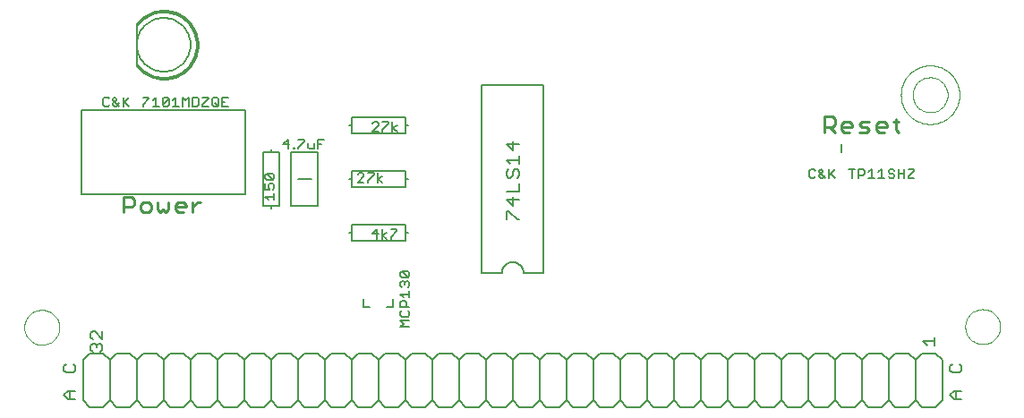
<source format=gbo>
G75*
G70*
%OFA0B0*%
%FSLAX24Y24*%
%IPPOS*%
%LPD*%
%AMOC8*
5,1,8,0,0,1.08239X$1,22.5*
%
%ADD10C,0.0080*%
%ADD11C,0.0110*%
%ADD12C,0.0060*%
%ADD13R,0.0067X0.0333*%
%ADD14C,0.0000*%
%ADD15C,0.0050*%
%ADD16C,0.0010*%
D10*
X002500Y001326D02*
X002360Y001467D01*
X002500Y001607D01*
X002781Y001607D01*
X002570Y001607D02*
X002570Y001326D01*
X002500Y001326D02*
X002781Y001326D01*
X002711Y002326D02*
X002430Y002326D01*
X002360Y002397D01*
X002360Y002537D01*
X002430Y002607D01*
X002711Y002607D02*
X002781Y002537D01*
X002781Y002397D01*
X002711Y002326D01*
X003430Y003096D02*
X003360Y003166D01*
X003360Y003306D01*
X003430Y003377D01*
X003500Y003377D01*
X003570Y003306D01*
X003640Y003377D01*
X003711Y003377D01*
X003781Y003306D01*
X003781Y003166D01*
X003711Y003096D01*
X003570Y003236D02*
X003570Y003306D01*
X003430Y003557D02*
X003360Y003627D01*
X003360Y003767D01*
X003430Y003837D01*
X003500Y003837D01*
X003781Y003557D01*
X003781Y003837D01*
X013071Y007217D02*
X013071Y007517D01*
X012971Y007517D01*
X013071Y007517D02*
X013071Y007817D01*
X015071Y007817D01*
X015071Y007517D01*
X015171Y007517D01*
X015071Y007517D02*
X015071Y007217D01*
X013071Y007217D01*
X011821Y008517D02*
X010821Y008517D01*
X010821Y010517D01*
X011821Y010517D01*
X011821Y008517D01*
X010371Y008517D02*
X010071Y008517D01*
X010071Y008417D01*
X010071Y008517D02*
X009771Y008517D01*
X009771Y010517D01*
X010071Y010517D01*
X010071Y010617D01*
X010071Y010517D02*
X010371Y010517D01*
X010371Y008517D01*
X011071Y009517D02*
X011571Y009517D01*
X012971Y009517D02*
X013071Y009517D01*
X013071Y009817D01*
X015071Y009817D01*
X015071Y009517D01*
X015171Y009517D01*
X015071Y009517D02*
X015071Y009217D01*
X013071Y009217D01*
X013071Y009517D01*
X013071Y011217D02*
X013071Y011517D01*
X012971Y011517D01*
X013071Y011517D02*
X013071Y011817D01*
X015071Y011817D01*
X015071Y011517D01*
X015171Y011517D01*
X015071Y011517D02*
X015071Y011217D01*
X013071Y011217D01*
X018830Y010828D02*
X019070Y010588D01*
X019070Y010908D01*
X018830Y010828D02*
X019311Y010828D01*
X019311Y010393D02*
X019311Y010072D01*
X019311Y010232D02*
X018830Y010232D01*
X018990Y010072D01*
X018910Y009877D02*
X018830Y009797D01*
X018830Y009637D01*
X018910Y009557D01*
X018990Y009557D01*
X019070Y009637D01*
X019070Y009797D01*
X019150Y009877D01*
X019231Y009877D01*
X019311Y009797D01*
X019311Y009637D01*
X019231Y009557D01*
X019311Y009361D02*
X019311Y009041D01*
X018830Y009041D01*
X018830Y008766D02*
X019070Y008525D01*
X019070Y008846D01*
X018830Y008766D02*
X019311Y008766D01*
X018910Y008330D02*
X019231Y008010D01*
X019311Y008010D01*
X018830Y008010D02*
X018830Y008330D01*
X018910Y008330D01*
X014622Y005056D02*
X014622Y004741D01*
X014386Y004741D01*
X013756Y004741D02*
X013519Y004741D01*
X013519Y005056D01*
X005071Y013767D02*
X005071Y015267D01*
X034360Y003467D02*
X034500Y003326D01*
X034360Y003467D02*
X034781Y003467D01*
X034781Y003607D02*
X034781Y003326D01*
X035430Y002607D02*
X035360Y002537D01*
X035360Y002397D01*
X035430Y002326D01*
X035711Y002326D01*
X035781Y002397D01*
X035781Y002537D01*
X035711Y002607D01*
X035781Y001607D02*
X035500Y001607D01*
X035360Y001467D01*
X035500Y001326D01*
X035781Y001326D01*
X035570Y001326D02*
X035570Y001607D01*
D11*
X033452Y011250D02*
X033353Y011349D01*
X033353Y011742D01*
X033255Y011644D02*
X033452Y011644D01*
X033004Y011545D02*
X033004Y011447D01*
X032610Y011447D01*
X032610Y011349D02*
X032610Y011545D01*
X032709Y011644D01*
X032905Y011644D01*
X033004Y011545D01*
X032709Y011250D02*
X032610Y011349D01*
X032709Y011250D02*
X032905Y011250D01*
X032359Y011349D02*
X032261Y011447D01*
X032064Y011447D01*
X031966Y011545D01*
X032064Y011644D01*
X032359Y011644D01*
X032359Y011349D02*
X032261Y011250D01*
X031966Y011250D01*
X031715Y011447D02*
X031321Y011447D01*
X031321Y011349D02*
X031321Y011545D01*
X031420Y011644D01*
X031616Y011644D01*
X031715Y011545D01*
X031715Y011447D01*
X031616Y011250D02*
X031420Y011250D01*
X031321Y011349D01*
X031070Y011250D02*
X030873Y011447D01*
X030972Y011447D02*
X030677Y011447D01*
X030677Y011250D02*
X030677Y011841D01*
X030972Y011841D01*
X031070Y011742D01*
X031070Y011545D01*
X030972Y011447D01*
X007443Y008664D02*
X007345Y008664D01*
X007148Y008467D01*
X007148Y008270D02*
X007148Y008664D01*
X006897Y008565D02*
X006897Y008467D01*
X006503Y008467D01*
X006503Y008565D02*
X006602Y008664D01*
X006798Y008664D01*
X006897Y008565D01*
X006798Y008270D02*
X006602Y008270D01*
X006503Y008369D01*
X006503Y008565D01*
X006252Y008664D02*
X006252Y008369D01*
X006154Y008270D01*
X006055Y008369D01*
X005957Y008270D01*
X005859Y008369D01*
X005859Y008664D01*
X005608Y008565D02*
X005509Y008664D01*
X005313Y008664D01*
X005214Y008565D01*
X005214Y008369D01*
X005313Y008270D01*
X005509Y008270D01*
X005608Y008369D01*
X005608Y008565D01*
X004963Y008565D02*
X004865Y008467D01*
X004570Y008467D01*
X004570Y008270D02*
X004570Y008861D01*
X004865Y008861D01*
X004963Y008762D01*
X004963Y008565D01*
D12*
X009850Y008860D02*
X010191Y008860D01*
X010191Y008747D02*
X010191Y008974D01*
X010134Y009115D02*
X010191Y009172D01*
X010191Y009285D01*
X010134Y009342D01*
X010020Y009342D01*
X009964Y009285D01*
X009964Y009228D01*
X010020Y009115D01*
X009850Y009115D01*
X009850Y009342D01*
X009907Y009483D02*
X009850Y009540D01*
X009850Y009653D01*
X009907Y009710D01*
X010134Y009483D01*
X010191Y009540D01*
X010191Y009653D01*
X010134Y009710D01*
X009907Y009710D01*
X009907Y009483D02*
X010134Y009483D01*
X009850Y008860D02*
X009964Y008747D01*
X013301Y009397D02*
X013527Y009624D01*
X013527Y009680D01*
X013471Y009737D01*
X013357Y009737D01*
X013301Y009680D01*
X013301Y009397D02*
X013527Y009397D01*
X013669Y009397D02*
X013669Y009453D01*
X013896Y009680D01*
X013896Y009737D01*
X013669Y009737D01*
X014037Y009737D02*
X014037Y009397D01*
X014037Y009510D02*
X014207Y009624D01*
X014037Y009510D02*
X014207Y009397D01*
X011817Y010634D02*
X011817Y010974D01*
X012043Y010974D01*
X011930Y010804D02*
X011817Y010804D01*
X011675Y010861D02*
X011675Y010634D01*
X011505Y010634D01*
X011448Y010691D01*
X011448Y010861D01*
X011307Y010917D02*
X011080Y010691D01*
X011080Y010634D01*
X010952Y010634D02*
X010952Y010691D01*
X010896Y010691D01*
X010896Y010634D01*
X010952Y010634D01*
X010698Y010634D02*
X010698Y010974D01*
X010527Y010804D01*
X010754Y010804D01*
X011080Y010974D02*
X011307Y010974D01*
X011307Y010917D01*
X013857Y011297D02*
X014084Y011524D01*
X014084Y011580D01*
X014027Y011637D01*
X013914Y011637D01*
X013857Y011580D01*
X014225Y011637D02*
X014452Y011637D01*
X014452Y011580D01*
X014225Y011353D01*
X014225Y011297D01*
X014084Y011297D02*
X013857Y011297D01*
X014594Y011297D02*
X014594Y011637D01*
X014764Y011524D02*
X014594Y011410D01*
X014764Y011297D01*
X017921Y013017D02*
X020221Y013017D01*
X020221Y006017D01*
X019471Y006017D01*
X019469Y006056D01*
X019463Y006095D01*
X019454Y006133D01*
X019441Y006170D01*
X019424Y006206D01*
X019404Y006239D01*
X019380Y006271D01*
X019354Y006300D01*
X019325Y006326D01*
X019293Y006350D01*
X019260Y006370D01*
X019224Y006387D01*
X019187Y006400D01*
X019149Y006409D01*
X019110Y006415D01*
X019071Y006417D01*
X019032Y006415D01*
X018993Y006409D01*
X018955Y006400D01*
X018918Y006387D01*
X018882Y006370D01*
X018849Y006350D01*
X018817Y006326D01*
X018788Y006300D01*
X018762Y006271D01*
X018738Y006239D01*
X018718Y006206D01*
X018701Y006170D01*
X018688Y006133D01*
X018679Y006095D01*
X018673Y006056D01*
X018671Y006017D01*
X017921Y006017D01*
X017921Y013017D01*
X008474Y012562D02*
X008247Y012562D01*
X008247Y012222D01*
X008474Y012222D01*
X008360Y012392D02*
X008247Y012392D01*
X008105Y012505D02*
X008105Y012278D01*
X008049Y012222D01*
X007935Y012222D01*
X007879Y012278D01*
X007879Y012505D01*
X007935Y012562D01*
X008049Y012562D01*
X008105Y012505D01*
X007992Y012335D02*
X008105Y012222D01*
X007737Y012222D02*
X007510Y012222D01*
X007510Y012278D01*
X007737Y012505D01*
X007737Y012562D01*
X007510Y012562D01*
X007369Y012505D02*
X007312Y012562D01*
X007142Y012562D01*
X007142Y012222D01*
X007312Y012222D01*
X007369Y012278D01*
X007369Y012505D01*
X007001Y012562D02*
X007001Y012222D01*
X006774Y012222D02*
X006774Y012562D01*
X006887Y012449D01*
X007001Y012562D01*
X006519Y012562D02*
X006519Y012222D01*
X006632Y012222D02*
X006405Y012222D01*
X006264Y012278D02*
X006207Y012222D01*
X006094Y012222D01*
X006037Y012278D01*
X006264Y012505D01*
X006264Y012278D01*
X006037Y012278D02*
X006037Y012505D01*
X006094Y012562D01*
X006207Y012562D01*
X006264Y012505D01*
X006405Y012449D02*
X006519Y012562D01*
X005896Y012222D02*
X005669Y012222D01*
X005782Y012222D02*
X005782Y012562D01*
X005669Y012449D01*
X005527Y012505D02*
X005300Y012278D01*
X005300Y012222D01*
X004791Y012222D02*
X004621Y012392D01*
X004564Y012335D02*
X004791Y012562D01*
X004564Y012562D02*
X004564Y012222D01*
X004422Y012222D02*
X004195Y012449D01*
X004195Y012505D01*
X004252Y012562D01*
X004309Y012505D01*
X004309Y012449D01*
X004195Y012335D01*
X004195Y012278D01*
X004252Y012222D01*
X004309Y012222D01*
X004422Y012335D01*
X004054Y012278D02*
X003997Y012222D01*
X003884Y012222D01*
X003827Y012278D01*
X003827Y012505D01*
X003884Y012562D01*
X003997Y012562D01*
X004054Y012505D01*
X005300Y012562D02*
X005527Y012562D01*
X005527Y012505D01*
X005071Y014517D02*
X005073Y014580D01*
X005079Y014642D01*
X005089Y014704D01*
X005102Y014766D01*
X005120Y014826D01*
X005141Y014885D01*
X005166Y014943D01*
X005195Y014999D01*
X005227Y015053D01*
X005262Y015105D01*
X005300Y015154D01*
X005342Y015202D01*
X005386Y015246D01*
X005434Y015288D01*
X005483Y015326D01*
X005535Y015361D01*
X005589Y015393D01*
X005645Y015422D01*
X005703Y015447D01*
X005762Y015468D01*
X005822Y015486D01*
X005884Y015499D01*
X005946Y015509D01*
X006008Y015515D01*
X006071Y015517D01*
X006134Y015515D01*
X006196Y015509D01*
X006258Y015499D01*
X006320Y015486D01*
X006380Y015468D01*
X006439Y015447D01*
X006497Y015422D01*
X006553Y015393D01*
X006607Y015361D01*
X006659Y015326D01*
X006708Y015288D01*
X006756Y015246D01*
X006800Y015202D01*
X006842Y015154D01*
X006880Y015105D01*
X006915Y015053D01*
X006947Y014999D01*
X006976Y014943D01*
X007001Y014885D01*
X007022Y014826D01*
X007040Y014766D01*
X007053Y014704D01*
X007063Y014642D01*
X007069Y014580D01*
X007071Y014517D01*
X007069Y014454D01*
X007063Y014392D01*
X007053Y014330D01*
X007040Y014268D01*
X007022Y014208D01*
X007001Y014149D01*
X006976Y014091D01*
X006947Y014035D01*
X006915Y013981D01*
X006880Y013929D01*
X006842Y013880D01*
X006800Y013832D01*
X006756Y013788D01*
X006708Y013746D01*
X006659Y013708D01*
X006607Y013673D01*
X006553Y013641D01*
X006497Y013612D01*
X006439Y013587D01*
X006380Y013566D01*
X006320Y013548D01*
X006258Y013535D01*
X006196Y013525D01*
X006134Y013519D01*
X006071Y013517D01*
X006008Y013519D01*
X005946Y013525D01*
X005884Y013535D01*
X005822Y013548D01*
X005762Y013566D01*
X005703Y013587D01*
X005645Y013612D01*
X005589Y013641D01*
X005535Y013673D01*
X005483Y013708D01*
X005434Y013746D01*
X005386Y013788D01*
X005342Y013832D01*
X005300Y013880D01*
X005262Y013929D01*
X005227Y013981D01*
X005195Y014035D01*
X005166Y014091D01*
X005141Y014149D01*
X005120Y014208D01*
X005102Y014268D01*
X005089Y014330D01*
X005079Y014392D01*
X005073Y014454D01*
X005071Y014517D01*
X013857Y007467D02*
X014027Y007637D01*
X014027Y007297D01*
X014084Y007467D02*
X013857Y007467D01*
X014225Y007410D02*
X014395Y007524D01*
X014532Y007637D02*
X014759Y007637D01*
X014759Y007580D01*
X014532Y007353D01*
X014532Y007297D01*
X014395Y007297D02*
X014225Y007410D01*
X014225Y007297D02*
X014225Y007637D01*
X014940Y006077D02*
X015167Y005850D01*
X015224Y005907D01*
X015224Y006020D01*
X015167Y006077D01*
X014940Y006077D01*
X014884Y006020D01*
X014884Y005907D01*
X014940Y005850D01*
X015167Y005850D01*
X015167Y005709D02*
X015224Y005652D01*
X015224Y005538D01*
X015167Y005482D01*
X015224Y005340D02*
X015224Y005113D01*
X015224Y005227D02*
X014884Y005227D01*
X014997Y005113D01*
X014940Y004972D02*
X015054Y004972D01*
X015110Y004915D01*
X015110Y004745D01*
X015224Y004745D02*
X014884Y004745D01*
X014884Y004915D01*
X014940Y004972D01*
X014940Y004604D02*
X014884Y004547D01*
X014884Y004433D01*
X014940Y004377D01*
X015167Y004377D01*
X015224Y004433D01*
X015224Y004547D01*
X015167Y004604D01*
X015224Y004235D02*
X014884Y004235D01*
X014997Y004122D01*
X014884Y004008D01*
X015224Y004008D01*
X015321Y003017D02*
X015821Y003017D01*
X016071Y002767D01*
X016071Y001267D01*
X015821Y001017D01*
X015321Y001017D01*
X015071Y001267D01*
X015071Y002767D01*
X015321Y003017D01*
X015071Y002767D02*
X014821Y003017D01*
X014321Y003017D01*
X014071Y002767D01*
X014071Y001267D01*
X013821Y001017D01*
X013321Y001017D01*
X013071Y001267D01*
X013071Y002767D01*
X013321Y003017D01*
X013821Y003017D01*
X014071Y002767D01*
X013071Y002767D02*
X012821Y003017D01*
X012321Y003017D01*
X012071Y002767D01*
X012071Y001267D01*
X011821Y001017D01*
X011321Y001017D01*
X011071Y001267D01*
X011071Y002767D01*
X011321Y003017D01*
X011821Y003017D01*
X012071Y002767D01*
X011071Y002767D02*
X010821Y003017D01*
X010321Y003017D01*
X010071Y002767D01*
X010071Y001267D01*
X009821Y001017D01*
X009321Y001017D01*
X009071Y001267D01*
X009071Y002767D01*
X009321Y003017D01*
X009821Y003017D01*
X010071Y002767D01*
X009071Y002767D02*
X008821Y003017D01*
X008321Y003017D01*
X008071Y002767D01*
X008071Y001267D01*
X008321Y001017D01*
X008821Y001017D01*
X009071Y001267D01*
X008071Y001267D02*
X007821Y001017D01*
X007321Y001017D01*
X007071Y001267D01*
X007071Y002767D01*
X007321Y003017D01*
X007821Y003017D01*
X008071Y002767D01*
X007071Y002767D02*
X006821Y003017D01*
X006321Y003017D01*
X006071Y002767D01*
X006071Y001267D01*
X006321Y001017D01*
X006821Y001017D01*
X007071Y001267D01*
X006071Y001267D02*
X005821Y001017D01*
X005321Y001017D01*
X005071Y001267D01*
X005071Y002767D01*
X005321Y003017D01*
X005821Y003017D01*
X006071Y002767D01*
X005071Y002767D02*
X004821Y003017D01*
X004321Y003017D01*
X004071Y002767D01*
X004071Y001267D01*
X004321Y001017D01*
X004821Y001017D01*
X005071Y001267D01*
X004071Y001267D02*
X003821Y001017D01*
X003321Y001017D01*
X003071Y001267D01*
X003071Y002767D01*
X003321Y003017D01*
X003821Y003017D01*
X004071Y002767D01*
X010071Y001267D02*
X010321Y001017D01*
X010821Y001017D01*
X011071Y001267D01*
X012071Y001267D02*
X012321Y001017D01*
X012821Y001017D01*
X013071Y001267D01*
X014071Y001267D02*
X014321Y001017D01*
X014821Y001017D01*
X015071Y001267D01*
X016071Y001267D02*
X016321Y001017D01*
X016821Y001017D01*
X017071Y001267D01*
X017071Y002767D01*
X017321Y003017D01*
X017821Y003017D01*
X018071Y002767D01*
X018071Y001267D01*
X017821Y001017D01*
X017321Y001017D01*
X017071Y001267D01*
X018071Y001267D02*
X018321Y001017D01*
X018821Y001017D01*
X019071Y001267D01*
X019071Y002767D01*
X019321Y003017D01*
X019821Y003017D01*
X020071Y002767D01*
X020071Y001267D01*
X019821Y001017D01*
X019321Y001017D01*
X019071Y001267D01*
X019071Y002767D01*
X018821Y003017D01*
X018321Y003017D01*
X018071Y002767D01*
X017071Y002767D02*
X016821Y003017D01*
X016321Y003017D01*
X016071Y002767D01*
X020071Y002767D02*
X020321Y003017D01*
X020821Y003017D01*
X021071Y002767D01*
X021071Y001267D01*
X020821Y001017D01*
X020321Y001017D01*
X020071Y001267D01*
X021071Y001267D02*
X021321Y001017D01*
X021821Y001017D01*
X022071Y001267D01*
X022071Y002767D01*
X022321Y003017D01*
X022821Y003017D01*
X023071Y002767D01*
X023071Y001267D01*
X022821Y001017D01*
X022321Y001017D01*
X022071Y001267D01*
X023071Y001267D02*
X023321Y001017D01*
X023821Y001017D01*
X024071Y001267D01*
X024071Y002767D01*
X024321Y003017D01*
X024821Y003017D01*
X025071Y002767D01*
X025071Y001267D01*
X024821Y001017D01*
X024321Y001017D01*
X024071Y001267D01*
X025071Y001267D02*
X025321Y001017D01*
X025821Y001017D01*
X026071Y001267D01*
X026071Y002767D01*
X026321Y003017D01*
X026821Y003017D01*
X027071Y002767D01*
X027071Y001267D01*
X026821Y001017D01*
X026321Y001017D01*
X026071Y001267D01*
X027071Y001267D02*
X027321Y001017D01*
X027821Y001017D01*
X028071Y001267D01*
X028071Y002767D01*
X028321Y003017D01*
X028821Y003017D01*
X029071Y002767D01*
X029071Y001267D01*
X028821Y001017D01*
X028321Y001017D01*
X028071Y001267D01*
X029071Y001267D02*
X029321Y001017D01*
X029821Y001017D01*
X030071Y001267D01*
X030071Y002767D01*
X029821Y003017D01*
X029321Y003017D01*
X029071Y002767D01*
X030071Y002767D02*
X030321Y003017D01*
X030821Y003017D01*
X031071Y002767D01*
X031071Y001267D01*
X030821Y001017D01*
X030321Y001017D01*
X030071Y001267D01*
X031071Y001267D02*
X031321Y001017D01*
X031821Y001017D01*
X032071Y001267D01*
X032071Y002767D01*
X031821Y003017D01*
X031321Y003017D01*
X031071Y002767D01*
X032071Y002767D02*
X032321Y003017D01*
X032821Y003017D01*
X033071Y002767D01*
X033071Y001267D01*
X032821Y001017D01*
X032321Y001017D01*
X032071Y001267D01*
X033071Y001267D02*
X033321Y001017D01*
X033821Y001017D01*
X034071Y001267D01*
X034071Y002767D01*
X033821Y003017D01*
X033321Y003017D01*
X033071Y002767D01*
X034071Y002767D02*
X034321Y003017D01*
X034821Y003017D01*
X035071Y002767D01*
X035071Y001267D01*
X034821Y001017D01*
X034321Y001017D01*
X034071Y001267D01*
X028071Y002767D02*
X027821Y003017D01*
X027321Y003017D01*
X027071Y002767D01*
X026071Y002767D02*
X025821Y003017D01*
X025321Y003017D01*
X025071Y002767D01*
X024071Y002767D02*
X023821Y003017D01*
X023321Y003017D01*
X023071Y002767D01*
X022071Y002767D02*
X021821Y003017D01*
X021321Y003017D01*
X021071Y002767D01*
X014940Y005482D02*
X014884Y005538D01*
X014884Y005652D01*
X014940Y005709D01*
X014997Y005709D01*
X015054Y005652D01*
X015110Y005709D01*
X015167Y005709D01*
X015054Y005652D02*
X015054Y005595D01*
X030116Y009605D02*
X030173Y009548D01*
X030287Y009548D01*
X030343Y009605D01*
X030485Y009605D02*
X030485Y009662D01*
X030598Y009775D01*
X030598Y009832D01*
X030541Y009889D01*
X030485Y009832D01*
X030485Y009775D01*
X030712Y009548D01*
X030598Y009548D02*
X030541Y009548D01*
X030485Y009605D01*
X030598Y009548D02*
X030712Y009662D01*
X030853Y009662D02*
X031080Y009889D01*
X030853Y009889D02*
X030853Y009548D01*
X030910Y009719D02*
X031080Y009548D01*
X031590Y009889D02*
X031817Y009889D01*
X031703Y009889D02*
X031703Y009548D01*
X031958Y009548D02*
X031958Y009889D01*
X032128Y009889D01*
X032185Y009832D01*
X032185Y009719D01*
X032128Y009662D01*
X031958Y009662D01*
X032326Y009775D02*
X032440Y009889D01*
X032440Y009548D01*
X032553Y009548D02*
X032326Y009548D01*
X032695Y009548D02*
X032922Y009548D01*
X032808Y009548D02*
X032808Y009889D01*
X032695Y009775D01*
X033063Y009775D02*
X033120Y009719D01*
X033233Y009719D01*
X033290Y009662D01*
X033290Y009605D01*
X033233Y009548D01*
X033120Y009548D01*
X033063Y009605D01*
X033063Y009775D02*
X033063Y009832D01*
X033120Y009889D01*
X033233Y009889D01*
X033290Y009832D01*
X033431Y009889D02*
X033431Y009548D01*
X033431Y009719D02*
X033658Y009719D01*
X033658Y009889D02*
X033658Y009548D01*
X033800Y009548D02*
X034026Y009548D01*
X033800Y009548D02*
X033800Y009605D01*
X034026Y009832D01*
X034026Y009889D01*
X033800Y009889D01*
X030343Y009832D02*
X030287Y009889D01*
X030173Y009889D01*
X030116Y009832D01*
X030116Y009605D01*
D13*
X031303Y010652D03*
D14*
X033967Y012652D02*
X033969Y012702D01*
X033975Y012752D01*
X033985Y012802D01*
X033998Y012850D01*
X034015Y012898D01*
X034036Y012944D01*
X034060Y012988D01*
X034088Y013030D01*
X034119Y013070D01*
X034153Y013107D01*
X034190Y013142D01*
X034229Y013173D01*
X034270Y013202D01*
X034314Y013227D01*
X034360Y013249D01*
X034407Y013267D01*
X034455Y013281D01*
X034504Y013292D01*
X034554Y013299D01*
X034604Y013302D01*
X034655Y013301D01*
X034705Y013296D01*
X034755Y013287D01*
X034803Y013275D01*
X034851Y013258D01*
X034897Y013238D01*
X034942Y013215D01*
X034985Y013188D01*
X035025Y013158D01*
X035063Y013125D01*
X035098Y013089D01*
X035131Y013050D01*
X035160Y013009D01*
X035186Y012966D01*
X035209Y012921D01*
X035228Y012874D01*
X035243Y012826D01*
X035255Y012777D01*
X035263Y012727D01*
X035267Y012677D01*
X035267Y012627D01*
X035263Y012577D01*
X035255Y012527D01*
X035243Y012478D01*
X035228Y012430D01*
X035209Y012383D01*
X035186Y012338D01*
X035160Y012295D01*
X035131Y012254D01*
X035098Y012215D01*
X035063Y012179D01*
X035025Y012146D01*
X034985Y012116D01*
X034942Y012089D01*
X034897Y012066D01*
X034851Y012046D01*
X034803Y012029D01*
X034755Y012017D01*
X034705Y012008D01*
X034655Y012003D01*
X034604Y012002D01*
X034554Y012005D01*
X034504Y012012D01*
X034455Y012023D01*
X034407Y012037D01*
X034360Y012055D01*
X034314Y012077D01*
X034270Y012102D01*
X034229Y012131D01*
X034190Y012162D01*
X034153Y012197D01*
X034119Y012234D01*
X034088Y012274D01*
X034060Y012316D01*
X034036Y012360D01*
X034015Y012406D01*
X033998Y012454D01*
X033985Y012502D01*
X033975Y012552D01*
X033969Y012602D01*
X033967Y012652D01*
X033527Y012652D02*
X033529Y012718D01*
X033535Y012783D01*
X033545Y012848D01*
X033559Y012913D01*
X033576Y012976D01*
X033598Y013039D01*
X033623Y013099D01*
X033652Y013159D01*
X033684Y013216D01*
X033720Y013271D01*
X033759Y013324D01*
X033801Y013375D01*
X033846Y013423D01*
X033894Y013468D01*
X033945Y013510D01*
X033998Y013549D01*
X034053Y013585D01*
X034110Y013617D01*
X034170Y013646D01*
X034230Y013671D01*
X034293Y013693D01*
X034356Y013710D01*
X034421Y013724D01*
X034486Y013734D01*
X034551Y013740D01*
X034617Y013742D01*
X034683Y013740D01*
X034748Y013734D01*
X034813Y013724D01*
X034878Y013710D01*
X034941Y013693D01*
X035004Y013671D01*
X035064Y013646D01*
X035124Y013617D01*
X035181Y013585D01*
X035236Y013549D01*
X035289Y013510D01*
X035340Y013468D01*
X035388Y013423D01*
X035433Y013375D01*
X035475Y013324D01*
X035514Y013271D01*
X035550Y013216D01*
X035582Y013159D01*
X035611Y013099D01*
X035636Y013039D01*
X035658Y012976D01*
X035675Y012913D01*
X035689Y012848D01*
X035699Y012783D01*
X035705Y012718D01*
X035707Y012652D01*
X035705Y012586D01*
X035699Y012521D01*
X035689Y012456D01*
X035675Y012391D01*
X035658Y012328D01*
X035636Y012265D01*
X035611Y012205D01*
X035582Y012145D01*
X035550Y012088D01*
X035514Y012033D01*
X035475Y011980D01*
X035433Y011929D01*
X035388Y011881D01*
X035340Y011836D01*
X035289Y011794D01*
X035236Y011755D01*
X035181Y011719D01*
X035124Y011687D01*
X035064Y011658D01*
X035004Y011633D01*
X034941Y011611D01*
X034878Y011594D01*
X034813Y011580D01*
X034748Y011570D01*
X034683Y011564D01*
X034617Y011562D01*
X034551Y011564D01*
X034486Y011570D01*
X034421Y011580D01*
X034356Y011594D01*
X034293Y011611D01*
X034230Y011633D01*
X034170Y011658D01*
X034110Y011687D01*
X034053Y011719D01*
X033998Y011755D01*
X033945Y011794D01*
X033894Y011836D01*
X033846Y011881D01*
X033801Y011929D01*
X033759Y011980D01*
X033720Y012033D01*
X033684Y012088D01*
X033652Y012145D01*
X033623Y012205D01*
X033598Y012265D01*
X033576Y012328D01*
X033559Y012391D01*
X033545Y012456D01*
X033535Y012521D01*
X033529Y012586D01*
X033527Y012652D01*
X035921Y004017D02*
X035923Y004067D01*
X035929Y004117D01*
X035939Y004167D01*
X035952Y004215D01*
X035969Y004263D01*
X035990Y004309D01*
X036014Y004353D01*
X036042Y004395D01*
X036073Y004435D01*
X036107Y004472D01*
X036144Y004507D01*
X036183Y004538D01*
X036224Y004567D01*
X036268Y004592D01*
X036314Y004614D01*
X036361Y004632D01*
X036409Y004646D01*
X036458Y004657D01*
X036508Y004664D01*
X036558Y004667D01*
X036609Y004666D01*
X036659Y004661D01*
X036709Y004652D01*
X036757Y004640D01*
X036805Y004623D01*
X036851Y004603D01*
X036896Y004580D01*
X036939Y004553D01*
X036979Y004523D01*
X037017Y004490D01*
X037052Y004454D01*
X037085Y004415D01*
X037114Y004374D01*
X037140Y004331D01*
X037163Y004286D01*
X037182Y004239D01*
X037197Y004191D01*
X037209Y004142D01*
X037217Y004092D01*
X037221Y004042D01*
X037221Y003992D01*
X037217Y003942D01*
X037209Y003892D01*
X037197Y003843D01*
X037182Y003795D01*
X037163Y003748D01*
X037140Y003703D01*
X037114Y003660D01*
X037085Y003619D01*
X037052Y003580D01*
X037017Y003544D01*
X036979Y003511D01*
X036939Y003481D01*
X036896Y003454D01*
X036851Y003431D01*
X036805Y003411D01*
X036757Y003394D01*
X036709Y003382D01*
X036659Y003373D01*
X036609Y003368D01*
X036558Y003367D01*
X036508Y003370D01*
X036458Y003377D01*
X036409Y003388D01*
X036361Y003402D01*
X036314Y003420D01*
X036268Y003442D01*
X036224Y003467D01*
X036183Y003496D01*
X036144Y003527D01*
X036107Y003562D01*
X036073Y003599D01*
X036042Y003639D01*
X036014Y003681D01*
X035990Y003725D01*
X035969Y003771D01*
X035952Y003819D01*
X035939Y003867D01*
X035929Y003917D01*
X035923Y003967D01*
X035921Y004017D01*
X000887Y003992D02*
X000889Y004042D01*
X000895Y004092D01*
X000905Y004142D01*
X000918Y004190D01*
X000935Y004238D01*
X000956Y004284D01*
X000980Y004328D01*
X001008Y004370D01*
X001039Y004410D01*
X001073Y004447D01*
X001110Y004482D01*
X001149Y004513D01*
X001190Y004542D01*
X001234Y004567D01*
X001280Y004589D01*
X001327Y004607D01*
X001375Y004621D01*
X001424Y004632D01*
X001474Y004639D01*
X001524Y004642D01*
X001575Y004641D01*
X001625Y004636D01*
X001675Y004627D01*
X001723Y004615D01*
X001771Y004598D01*
X001817Y004578D01*
X001862Y004555D01*
X001905Y004528D01*
X001945Y004498D01*
X001983Y004465D01*
X002018Y004429D01*
X002051Y004390D01*
X002080Y004349D01*
X002106Y004306D01*
X002129Y004261D01*
X002148Y004214D01*
X002163Y004166D01*
X002175Y004117D01*
X002183Y004067D01*
X002187Y004017D01*
X002187Y003967D01*
X002183Y003917D01*
X002175Y003867D01*
X002163Y003818D01*
X002148Y003770D01*
X002129Y003723D01*
X002106Y003678D01*
X002080Y003635D01*
X002051Y003594D01*
X002018Y003555D01*
X001983Y003519D01*
X001945Y003486D01*
X001905Y003456D01*
X001862Y003429D01*
X001817Y003406D01*
X001771Y003386D01*
X001723Y003369D01*
X001675Y003357D01*
X001625Y003348D01*
X001575Y003343D01*
X001524Y003342D01*
X001474Y003345D01*
X001424Y003352D01*
X001375Y003363D01*
X001327Y003377D01*
X001280Y003395D01*
X001234Y003417D01*
X001190Y003442D01*
X001149Y003471D01*
X001110Y003502D01*
X001073Y003537D01*
X001039Y003574D01*
X001008Y003614D01*
X000980Y003656D01*
X000956Y003700D01*
X000935Y003746D01*
X000918Y003794D01*
X000905Y003842D01*
X000895Y003892D01*
X000889Y003942D01*
X000887Y003992D01*
D15*
X003019Y008942D02*
X003019Y012091D01*
X009122Y012091D01*
X009122Y008942D01*
X003019Y008942D01*
D16*
X005039Y013737D02*
X005111Y013791D01*
X005110Y013790D02*
X005153Y013737D01*
X005198Y013686D01*
X005247Y013638D01*
X005298Y013593D01*
X005352Y013550D01*
X005408Y013511D01*
X005466Y013475D01*
X005526Y013442D01*
X005587Y013413D01*
X005651Y013388D01*
X005715Y013366D01*
X005781Y013347D01*
X005848Y013333D01*
X005915Y013322D01*
X005983Y013315D01*
X006051Y013312D01*
X006120Y013313D01*
X006188Y013318D01*
X006256Y013326D01*
X006323Y013339D01*
X006389Y013355D01*
X006454Y013375D01*
X006519Y013398D01*
X006581Y013425D01*
X006642Y013456D01*
X006701Y013490D01*
X006759Y013527D01*
X006814Y013568D01*
X006866Y013612D01*
X006916Y013658D01*
X006963Y013707D01*
X007008Y013759D01*
X007049Y013813D01*
X007088Y013870D01*
X007123Y013929D01*
X007154Y013989D01*
X007182Y014051D01*
X007207Y014115D01*
X007228Y014180D01*
X007245Y014246D01*
X007259Y014313D01*
X007268Y014381D01*
X007274Y014449D01*
X007276Y014517D01*
X007274Y014585D01*
X007268Y014653D01*
X007259Y014721D01*
X007245Y014788D01*
X007228Y014854D01*
X007207Y014919D01*
X007182Y014983D01*
X007154Y015045D01*
X007123Y015105D01*
X007088Y015164D01*
X007049Y015221D01*
X007008Y015275D01*
X006963Y015327D01*
X006916Y015376D01*
X006866Y015422D01*
X006814Y015466D01*
X006759Y015507D01*
X006701Y015544D01*
X006642Y015578D01*
X006581Y015609D01*
X006519Y015636D01*
X006454Y015659D01*
X006389Y015679D01*
X006323Y015695D01*
X006256Y015708D01*
X006188Y015716D01*
X006120Y015721D01*
X006051Y015722D01*
X005983Y015719D01*
X005915Y015712D01*
X005848Y015701D01*
X005781Y015687D01*
X005715Y015668D01*
X005651Y015646D01*
X005587Y015621D01*
X005526Y015592D01*
X005466Y015559D01*
X005408Y015523D01*
X005352Y015484D01*
X005298Y015441D01*
X005247Y015396D01*
X005198Y015348D01*
X005153Y015297D01*
X005110Y015244D01*
X005039Y015297D01*
X005038Y015298D01*
X005082Y015353D01*
X005130Y015406D01*
X005180Y015457D01*
X005233Y015504D01*
X005288Y015548D01*
X005346Y015590D01*
X005406Y015628D01*
X005467Y015663D01*
X005531Y015694D01*
X005596Y015722D01*
X005663Y015746D01*
X005731Y015767D01*
X005800Y015783D01*
X005870Y015796D01*
X005940Y015805D01*
X006011Y015811D01*
X006082Y015812D01*
X006153Y015809D01*
X006224Y015803D01*
X006294Y015793D01*
X006363Y015779D01*
X006432Y015761D01*
X006500Y015739D01*
X006566Y015714D01*
X006631Y015685D01*
X006694Y015652D01*
X006755Y015616D01*
X006814Y015577D01*
X006871Y015535D01*
X006926Y015490D01*
X006978Y015441D01*
X007027Y015390D01*
X007074Y015337D01*
X007117Y015280D01*
X007157Y015222D01*
X007194Y015161D01*
X007228Y015099D01*
X007258Y015035D01*
X007285Y014969D01*
X007308Y014902D01*
X007327Y014833D01*
X007342Y014764D01*
X007354Y014694D01*
X007362Y014623D01*
X007366Y014552D01*
X007366Y014482D01*
X007362Y014411D01*
X007354Y014340D01*
X007342Y014270D01*
X007327Y014201D01*
X007308Y014132D01*
X007285Y014065D01*
X007258Y013999D01*
X007228Y013935D01*
X007194Y013873D01*
X007157Y013812D01*
X007117Y013754D01*
X007074Y013697D01*
X007027Y013644D01*
X006978Y013593D01*
X006926Y013544D01*
X006871Y013499D01*
X006814Y013457D01*
X006755Y013418D01*
X006694Y013382D01*
X006631Y013349D01*
X006566Y013320D01*
X006500Y013295D01*
X006432Y013273D01*
X006363Y013255D01*
X006294Y013241D01*
X006224Y013231D01*
X006153Y013225D01*
X006082Y013222D01*
X006011Y013223D01*
X005940Y013229D01*
X005870Y013238D01*
X005800Y013251D01*
X005731Y013267D01*
X005663Y013288D01*
X005596Y013312D01*
X005531Y013340D01*
X005467Y013371D01*
X005406Y013406D01*
X005346Y013444D01*
X005288Y013486D01*
X005233Y013530D01*
X005180Y013577D01*
X005130Y013628D01*
X005082Y013681D01*
X005038Y013736D01*
X005045Y013741D01*
X005090Y013686D01*
X005137Y013633D01*
X005188Y013582D01*
X005241Y013535D01*
X005297Y013490D01*
X005355Y013449D01*
X005415Y013411D01*
X005477Y013376D01*
X005541Y013345D01*
X005607Y013318D01*
X005674Y013294D01*
X005743Y013274D01*
X005812Y013257D01*
X005882Y013245D01*
X005953Y013236D01*
X006024Y013232D01*
X006095Y013231D01*
X006166Y013235D01*
X006237Y013242D01*
X006308Y013253D01*
X006377Y013268D01*
X006446Y013287D01*
X006514Y013310D01*
X006580Y013336D01*
X006645Y013366D01*
X006707Y013400D01*
X006768Y013436D01*
X006827Y013477D01*
X006884Y013520D01*
X006938Y013567D01*
X006989Y013616D01*
X007037Y013669D01*
X007083Y013723D01*
X007125Y013781D01*
X007164Y013840D01*
X007200Y013902D01*
X007233Y013965D01*
X007261Y014030D01*
X007287Y014097D01*
X007308Y014165D01*
X007326Y014234D01*
X007339Y014304D01*
X007349Y014375D01*
X007355Y014446D01*
X007357Y014517D01*
X007355Y014588D01*
X007349Y014659D01*
X007339Y014730D01*
X007326Y014800D01*
X007308Y014869D01*
X007287Y014937D01*
X007261Y015004D01*
X007233Y015069D01*
X007200Y015132D01*
X007164Y015194D01*
X007125Y015253D01*
X007083Y015311D01*
X007037Y015365D01*
X006989Y015418D01*
X006938Y015467D01*
X006884Y015514D01*
X006827Y015557D01*
X006768Y015598D01*
X006707Y015634D01*
X006645Y015668D01*
X006580Y015698D01*
X006514Y015724D01*
X006446Y015747D01*
X006377Y015766D01*
X006308Y015781D01*
X006237Y015792D01*
X006166Y015799D01*
X006095Y015803D01*
X006024Y015802D01*
X005953Y015798D01*
X005882Y015789D01*
X005812Y015777D01*
X005743Y015760D01*
X005674Y015740D01*
X005607Y015716D01*
X005541Y015689D01*
X005477Y015658D01*
X005415Y015623D01*
X005355Y015585D01*
X005297Y015544D01*
X005241Y015499D01*
X005188Y015452D01*
X005137Y015401D01*
X005090Y015348D01*
X005045Y015293D01*
X005052Y015287D01*
X005097Y015342D01*
X005144Y015395D01*
X005194Y015445D01*
X005247Y015492D01*
X005302Y015536D01*
X005360Y015578D01*
X005419Y015615D01*
X005481Y015650D01*
X005545Y015681D01*
X005610Y015708D01*
X005677Y015732D01*
X005745Y015752D01*
X005814Y015768D01*
X005883Y015780D01*
X005954Y015789D01*
X006024Y015793D01*
X006095Y015794D01*
X006166Y015790D01*
X006236Y015783D01*
X006306Y015772D01*
X006375Y015757D01*
X006443Y015738D01*
X006511Y015716D01*
X006576Y015690D01*
X006641Y015660D01*
X006703Y015627D01*
X006763Y015590D01*
X006822Y015550D01*
X006878Y015507D01*
X006932Y015461D01*
X006982Y015411D01*
X007031Y015360D01*
X007076Y015305D01*
X007118Y015248D01*
X007157Y015189D01*
X007192Y015128D01*
X007225Y015065D01*
X007253Y015000D01*
X007278Y014934D01*
X007299Y014866D01*
X007317Y014798D01*
X007330Y014728D01*
X007340Y014658D01*
X007346Y014588D01*
X007348Y014517D01*
X007346Y014446D01*
X007340Y014376D01*
X007330Y014306D01*
X007317Y014236D01*
X007299Y014168D01*
X007278Y014100D01*
X007253Y014034D01*
X007225Y013969D01*
X007192Y013906D01*
X007157Y013845D01*
X007118Y013786D01*
X007076Y013729D01*
X007031Y013674D01*
X006982Y013623D01*
X006932Y013573D01*
X006878Y013527D01*
X006822Y013484D01*
X006763Y013444D01*
X006703Y013407D01*
X006641Y013374D01*
X006576Y013344D01*
X006511Y013318D01*
X006443Y013296D01*
X006375Y013277D01*
X006306Y013262D01*
X006236Y013251D01*
X006166Y013244D01*
X006095Y013240D01*
X006024Y013241D01*
X005954Y013245D01*
X005883Y013254D01*
X005814Y013266D01*
X005745Y013282D01*
X005677Y013302D01*
X005610Y013326D01*
X005545Y013353D01*
X005481Y013384D01*
X005419Y013419D01*
X005360Y013456D01*
X005302Y013498D01*
X005247Y013542D01*
X005194Y013589D01*
X005144Y013639D01*
X005097Y013692D01*
X005052Y013747D01*
X005060Y013752D01*
X005104Y013697D01*
X005152Y013644D01*
X005202Y013594D01*
X005255Y013546D01*
X005311Y013502D01*
X005369Y013461D01*
X005429Y013424D01*
X005491Y013389D01*
X005555Y013359D01*
X005621Y013332D01*
X005688Y013308D01*
X005756Y013289D01*
X005826Y013273D01*
X005896Y013261D01*
X005966Y013253D01*
X006037Y013249D01*
X006108Y013250D01*
X006179Y013254D01*
X006250Y013262D01*
X006320Y013274D01*
X006389Y013290D01*
X006457Y013309D01*
X006525Y013333D01*
X006590Y013360D01*
X006654Y013391D01*
X006716Y013425D01*
X006776Y013463D01*
X006834Y013505D01*
X006890Y013549D01*
X006943Y013596D01*
X006993Y013647D01*
X007040Y013700D01*
X007085Y013755D01*
X007126Y013813D01*
X007163Y013873D01*
X007198Y013936D01*
X007229Y014000D01*
X007256Y014065D01*
X007279Y014132D01*
X007299Y014201D01*
X007315Y014270D01*
X007327Y014340D01*
X007335Y014411D01*
X007339Y014481D01*
X007339Y014553D01*
X007335Y014623D01*
X007327Y014694D01*
X007315Y014764D01*
X007299Y014833D01*
X007279Y014902D01*
X007256Y014969D01*
X007229Y015034D01*
X007198Y015098D01*
X007163Y015161D01*
X007126Y015221D01*
X007085Y015279D01*
X007040Y015334D01*
X006993Y015387D01*
X006943Y015438D01*
X006890Y015485D01*
X006834Y015529D01*
X006776Y015571D01*
X006716Y015609D01*
X006654Y015643D01*
X006590Y015674D01*
X006525Y015701D01*
X006457Y015725D01*
X006389Y015744D01*
X006320Y015760D01*
X006250Y015772D01*
X006179Y015780D01*
X006108Y015784D01*
X006037Y015785D01*
X005966Y015781D01*
X005896Y015773D01*
X005826Y015761D01*
X005756Y015745D01*
X005688Y015726D01*
X005621Y015702D01*
X005555Y015675D01*
X005491Y015645D01*
X005429Y015610D01*
X005369Y015573D01*
X005311Y015532D01*
X005255Y015488D01*
X005202Y015440D01*
X005152Y015390D01*
X005104Y015337D01*
X005060Y015282D01*
X005067Y015276D01*
X005111Y015331D01*
X005158Y015384D01*
X005208Y015434D01*
X005261Y015481D01*
X005316Y015525D01*
X005374Y015565D01*
X005433Y015603D01*
X005495Y015637D01*
X005559Y015667D01*
X005624Y015694D01*
X005691Y015717D01*
X005759Y015737D01*
X005827Y015752D01*
X005897Y015764D01*
X005967Y015772D01*
X006038Y015776D01*
X006108Y015775D01*
X006179Y015771D01*
X006249Y015763D01*
X006318Y015751D01*
X006387Y015736D01*
X006455Y015716D01*
X006521Y015693D01*
X006586Y015666D01*
X006650Y015635D01*
X006712Y015601D01*
X006771Y015563D01*
X006829Y015522D01*
X006884Y015478D01*
X006937Y015431D01*
X006986Y015381D01*
X007033Y015329D01*
X007077Y015273D01*
X007118Y015216D01*
X007156Y015156D01*
X007190Y015094D01*
X007220Y015031D01*
X007247Y014966D01*
X007271Y014899D01*
X007290Y014831D01*
X007306Y014762D01*
X007318Y014693D01*
X007326Y014623D01*
X007330Y014552D01*
X007330Y014482D01*
X007326Y014411D01*
X007318Y014341D01*
X007306Y014272D01*
X007290Y014203D01*
X007271Y014135D01*
X007247Y014068D01*
X007220Y014003D01*
X007190Y013940D01*
X007156Y013878D01*
X007118Y013818D01*
X007077Y013761D01*
X007033Y013705D01*
X006986Y013653D01*
X006937Y013603D01*
X006884Y013556D01*
X006829Y013512D01*
X006771Y013471D01*
X006712Y013433D01*
X006650Y013399D01*
X006586Y013368D01*
X006521Y013341D01*
X006455Y013318D01*
X006387Y013298D01*
X006318Y013283D01*
X006249Y013271D01*
X006179Y013263D01*
X006108Y013259D01*
X006038Y013258D01*
X005967Y013262D01*
X005897Y013270D01*
X005827Y013282D01*
X005759Y013297D01*
X005691Y013317D01*
X005624Y013340D01*
X005559Y013367D01*
X005495Y013397D01*
X005433Y013431D01*
X005374Y013469D01*
X005316Y013509D01*
X005261Y013553D01*
X005208Y013600D01*
X005158Y013650D01*
X005111Y013703D01*
X005067Y013758D01*
X005074Y013763D01*
X005118Y013708D01*
X005165Y013656D01*
X005214Y013607D01*
X005267Y013560D01*
X005321Y013517D01*
X005379Y013476D01*
X005438Y013439D01*
X005499Y013405D01*
X005563Y013375D01*
X005627Y013348D01*
X005694Y013325D01*
X005761Y013306D01*
X005829Y013291D01*
X005898Y013279D01*
X005968Y013271D01*
X006038Y013267D01*
X006108Y013268D01*
X006178Y013272D01*
X006247Y013280D01*
X006316Y013291D01*
X006385Y013307D01*
X006452Y013326D01*
X006518Y013350D01*
X006583Y013377D01*
X006646Y013407D01*
X006707Y013441D01*
X006766Y013478D01*
X006824Y013519D01*
X006878Y013563D01*
X006930Y013609D01*
X006980Y013659D01*
X007027Y013711D01*
X007070Y013766D01*
X007111Y013823D01*
X007148Y013882D01*
X007182Y013944D01*
X007212Y014007D01*
X007239Y014072D01*
X007262Y014138D01*
X007281Y014205D01*
X007297Y014273D01*
X007309Y014342D01*
X007317Y014412D01*
X007321Y014482D01*
X007321Y014552D01*
X007317Y014622D01*
X007309Y014692D01*
X007297Y014761D01*
X007281Y014829D01*
X007262Y014896D01*
X007239Y014962D01*
X007212Y015027D01*
X007182Y015090D01*
X007148Y015152D01*
X007111Y015211D01*
X007070Y015268D01*
X007027Y015323D01*
X006980Y015375D01*
X006930Y015425D01*
X006878Y015471D01*
X006824Y015515D01*
X006766Y015556D01*
X006707Y015593D01*
X006646Y015627D01*
X006583Y015657D01*
X006518Y015684D01*
X006452Y015708D01*
X006385Y015727D01*
X006316Y015743D01*
X006247Y015754D01*
X006178Y015762D01*
X006108Y015766D01*
X006038Y015767D01*
X005968Y015763D01*
X005898Y015755D01*
X005829Y015743D01*
X005761Y015728D01*
X005694Y015709D01*
X005627Y015686D01*
X005563Y015659D01*
X005499Y015629D01*
X005438Y015595D01*
X005379Y015558D01*
X005321Y015517D01*
X005267Y015474D01*
X005214Y015427D01*
X005165Y015378D01*
X005118Y015326D01*
X005074Y015271D01*
X005081Y015266D01*
X005125Y015320D01*
X005171Y015372D01*
X005220Y015421D01*
X005272Y015467D01*
X005327Y015510D01*
X005384Y015550D01*
X005443Y015587D01*
X005504Y015621D01*
X005566Y015651D01*
X005631Y015677D01*
X005696Y015700D01*
X005763Y015719D01*
X005831Y015735D01*
X005900Y015746D01*
X005969Y015754D01*
X006038Y015758D01*
X006108Y015757D01*
X006177Y015753D01*
X006246Y015746D01*
X006315Y015734D01*
X006382Y015718D01*
X006449Y015699D01*
X006515Y015676D01*
X006579Y015649D01*
X006642Y015619D01*
X006703Y015585D01*
X006761Y015548D01*
X006818Y015508D01*
X006872Y015465D01*
X006924Y015418D01*
X006973Y015369D01*
X007020Y015317D01*
X007063Y015263D01*
X007103Y015206D01*
X007140Y015147D01*
X007174Y015086D01*
X007204Y015023D01*
X007231Y014959D01*
X007254Y014894D01*
X007273Y014827D01*
X007288Y014759D01*
X007300Y014690D01*
X007308Y014621D01*
X007312Y014552D01*
X007312Y014482D01*
X007308Y014413D01*
X007300Y014344D01*
X007288Y014275D01*
X007273Y014207D01*
X007254Y014140D01*
X007231Y014075D01*
X007204Y014011D01*
X007174Y013948D01*
X007140Y013887D01*
X007103Y013828D01*
X007063Y013771D01*
X007020Y013717D01*
X006973Y013665D01*
X006924Y013616D01*
X006872Y013569D01*
X006818Y013526D01*
X006761Y013486D01*
X006703Y013449D01*
X006642Y013415D01*
X006579Y013385D01*
X006515Y013358D01*
X006449Y013335D01*
X006382Y013316D01*
X006315Y013300D01*
X006246Y013288D01*
X006177Y013281D01*
X006108Y013277D01*
X006038Y013276D01*
X005969Y013280D01*
X005900Y013288D01*
X005831Y013299D01*
X005763Y013315D01*
X005696Y013334D01*
X005631Y013357D01*
X005566Y013383D01*
X005504Y013413D01*
X005443Y013447D01*
X005384Y013484D01*
X005327Y013524D01*
X005272Y013567D01*
X005220Y013613D01*
X005171Y013662D01*
X005125Y013714D01*
X005081Y013768D01*
X005088Y013774D01*
X005132Y013720D01*
X005178Y013669D01*
X005227Y013620D01*
X005278Y013574D01*
X005332Y013531D01*
X005389Y013491D01*
X005447Y013455D01*
X005508Y013421D01*
X005570Y013391D01*
X005634Y013365D01*
X005699Y013343D01*
X005765Y013324D01*
X005833Y013308D01*
X005901Y013297D01*
X005969Y013289D01*
X006038Y013285D01*
X006107Y013286D01*
X006176Y013290D01*
X006245Y013297D01*
X006313Y013309D01*
X006380Y013324D01*
X006447Y013344D01*
X006512Y013367D01*
X006575Y013393D01*
X006638Y013423D01*
X006698Y013456D01*
X006756Y013493D01*
X006813Y013533D01*
X006867Y013576D01*
X006918Y013622D01*
X006967Y013671D01*
X007013Y013723D01*
X007056Y013777D01*
X007096Y013833D01*
X007132Y013892D01*
X007166Y013952D01*
X007196Y014014D01*
X007222Y014078D01*
X007245Y014143D01*
X007264Y014210D01*
X007279Y014277D01*
X007291Y014345D01*
X007299Y014414D01*
X007303Y014482D01*
X007303Y014552D01*
X007299Y014620D01*
X007291Y014689D01*
X007279Y014757D01*
X007264Y014824D01*
X007245Y014891D01*
X007222Y014956D01*
X007196Y015020D01*
X007166Y015082D01*
X007132Y015142D01*
X007096Y015201D01*
X007056Y015257D01*
X007013Y015311D01*
X006967Y015363D01*
X006918Y015412D01*
X006867Y015458D01*
X006813Y015501D01*
X006756Y015541D01*
X006698Y015578D01*
X006638Y015611D01*
X006575Y015641D01*
X006512Y015667D01*
X006447Y015690D01*
X006380Y015710D01*
X006313Y015725D01*
X006245Y015737D01*
X006176Y015744D01*
X006107Y015748D01*
X006038Y015749D01*
X005969Y015745D01*
X005901Y015737D01*
X005833Y015726D01*
X005765Y015710D01*
X005699Y015691D01*
X005634Y015669D01*
X005570Y015643D01*
X005508Y015613D01*
X005447Y015579D01*
X005389Y015543D01*
X005332Y015503D01*
X005278Y015460D01*
X005227Y015414D01*
X005178Y015365D01*
X005132Y015314D01*
X005088Y015260D01*
X005096Y015255D01*
X005139Y015309D01*
X005185Y015360D01*
X005235Y015409D01*
X005286Y015455D01*
X005341Y015498D01*
X005398Y015538D01*
X005456Y015574D01*
X005517Y015608D01*
X005580Y015637D01*
X005644Y015663D01*
X005710Y015685D01*
X005777Y015704D01*
X005844Y015719D01*
X005913Y015730D01*
X005982Y015737D01*
X006051Y015740D01*
X006120Y015739D01*
X006190Y015734D01*
X006258Y015726D01*
X006326Y015713D01*
X006394Y015697D01*
X006460Y015676D01*
X006525Y015653D01*
X006589Y015625D01*
X006651Y015594D01*
X006711Y015559D01*
X006769Y015521D01*
X006825Y015480D01*
X006878Y015436D01*
X006929Y015389D01*
X006977Y015339D01*
X007022Y015286D01*
X007064Y015231D01*
X007103Y015174D01*
X007138Y015114D01*
X007170Y015053D01*
X007199Y014990D01*
X007224Y014925D01*
X007245Y014859D01*
X007263Y014792D01*
X007276Y014724D01*
X007286Y014655D01*
X007292Y014586D01*
X007294Y014517D01*
X007292Y014448D01*
X007286Y014379D01*
X007276Y014310D01*
X007263Y014242D01*
X007245Y014175D01*
X007224Y014109D01*
X007199Y014044D01*
X007170Y013981D01*
X007138Y013920D01*
X007103Y013860D01*
X007064Y013803D01*
X007022Y013748D01*
X006977Y013695D01*
X006929Y013645D01*
X006878Y013598D01*
X006825Y013554D01*
X006769Y013513D01*
X006711Y013475D01*
X006651Y013440D01*
X006589Y013409D01*
X006525Y013381D01*
X006460Y013358D01*
X006394Y013337D01*
X006326Y013321D01*
X006258Y013308D01*
X006190Y013300D01*
X006120Y013295D01*
X006051Y013294D01*
X005982Y013297D01*
X005913Y013304D01*
X005844Y013315D01*
X005777Y013330D01*
X005710Y013349D01*
X005644Y013371D01*
X005580Y013397D01*
X005517Y013426D01*
X005456Y013460D01*
X005398Y013496D01*
X005341Y013536D01*
X005286Y013579D01*
X005235Y013625D01*
X005185Y013674D01*
X005139Y013725D01*
X005096Y013779D01*
X005103Y013785D01*
X005146Y013731D01*
X005192Y013680D01*
X005241Y013631D01*
X005292Y013586D01*
X005346Y013543D01*
X005403Y013504D01*
X005461Y013467D01*
X005521Y013434D01*
X005584Y013405D01*
X005647Y013379D01*
X005713Y013357D01*
X005779Y013339D01*
X005846Y013324D01*
X005914Y013313D01*
X005983Y013306D01*
X006051Y013303D01*
X006120Y013304D01*
X006189Y013309D01*
X006257Y013317D01*
X006325Y013330D01*
X006391Y013346D01*
X006457Y013366D01*
X006522Y013390D01*
X006585Y013417D01*
X006646Y013448D01*
X006706Y013482D01*
X006764Y013520D01*
X006819Y013561D01*
X006872Y013605D01*
X006922Y013652D01*
X006970Y013701D01*
X007015Y013753D01*
X007057Y013808D01*
X007095Y013865D01*
X007130Y013924D01*
X007162Y013985D01*
X007191Y014048D01*
X007215Y014112D01*
X007237Y014178D01*
X007254Y014244D01*
X007267Y014312D01*
X007277Y014380D01*
X007283Y014448D01*
X007285Y014517D01*
X007283Y014586D01*
X007277Y014654D01*
X007267Y014722D01*
X007254Y014790D01*
X007237Y014856D01*
X007215Y014922D01*
X007191Y014986D01*
X007162Y015049D01*
X007130Y015110D01*
X007095Y015169D01*
X007057Y015226D01*
X007015Y015281D01*
X006970Y015333D01*
X006922Y015382D01*
X006872Y015429D01*
X006819Y015473D01*
X006764Y015514D01*
X006706Y015552D01*
X006646Y015586D01*
X006585Y015617D01*
X006522Y015644D01*
X006457Y015668D01*
X006391Y015688D01*
X006325Y015704D01*
X006257Y015717D01*
X006189Y015725D01*
X006120Y015730D01*
X006051Y015731D01*
X005983Y015728D01*
X005914Y015721D01*
X005846Y015710D01*
X005779Y015695D01*
X005713Y015677D01*
X005647Y015655D01*
X005584Y015629D01*
X005521Y015600D01*
X005461Y015567D01*
X005403Y015530D01*
X005346Y015491D01*
X005292Y015448D01*
X005241Y015403D01*
X005192Y015354D01*
X005146Y015303D01*
X005103Y015249D01*
M02*

</source>
